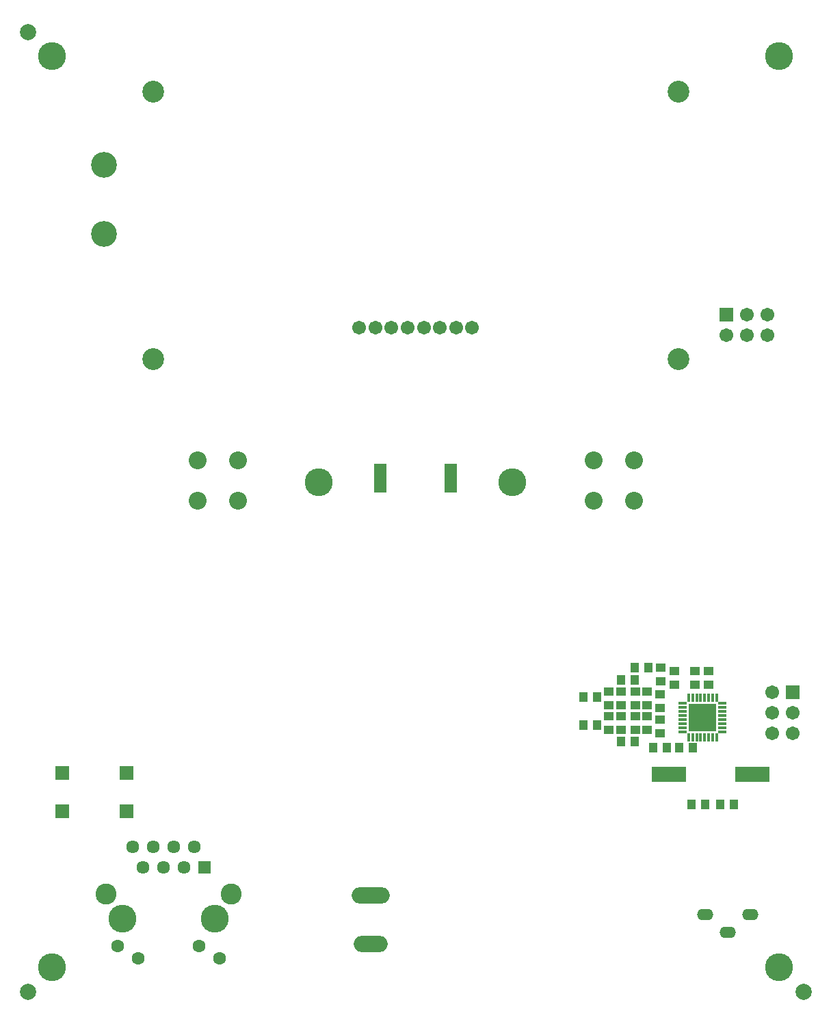
<source format=gts>
G04 Layer_Color=8388736*
%FSLAX24Y24*%
%MOIN*%
G70*
G01*
G75*
%ADD70R,0.0474X0.0395*%
%ADD71R,0.0395X0.0474*%
%ADD72C,0.0787*%
%ADD73R,0.0592X0.1419*%
%ADD74R,0.0690X0.0690*%
%ADD75R,0.1360X0.1360*%
%ADD76R,0.0411X0.0182*%
%ADD77R,0.0182X0.0411*%
%ADD78R,0.1655X0.0730*%
%ADD79C,0.1360*%
%ADD80C,0.0039*%
%ADD81O,0.1655X0.0789*%
%ADD82O,0.1852X0.0789*%
%ADD83C,0.1261*%
%ADD84C,0.0671*%
%ADD85C,0.1064*%
%ADD86C,0.0867*%
%ADD87R,0.0634X0.0634*%
%ADD88C,0.0634*%
%ADD89C,0.1025*%
%ADD90C,0.0630*%
%ADD91O,0.0789X0.0552*%
%ADD92R,0.0671X0.0671*%
%ADD93R,0.0671X0.0671*%
D70*
X-8991Y14747D02*
D03*
Y15417D02*
D03*
Y13527D02*
D03*
Y14197D02*
D03*
X-7080Y16416D02*
D03*
Y15747D02*
D03*
X-7740Y16586D02*
D03*
X-7740Y15917D02*
D03*
X-10276Y14193D02*
D03*
Y13524D02*
D03*
X-9661Y14197D02*
D03*
Y13527D02*
D03*
X-8400Y14196D02*
D03*
Y13527D02*
D03*
X-10276Y15413D02*
D03*
Y14744D02*
D03*
X-9661Y15417D02*
D03*
Y14747D02*
D03*
X-8400Y15416D02*
D03*
Y14747D02*
D03*
X-5400Y16416D02*
D03*
Y15747D02*
D03*
X-6060Y15742D02*
D03*
X-6060Y16411D02*
D03*
X-7760Y14602D02*
D03*
X-7760Y15271D02*
D03*
X-7770Y14051D02*
D03*
X-7770Y13382D02*
D03*
D71*
X-10846Y13760D02*
D03*
X-11516Y13760D02*
D03*
X-10846Y15138D02*
D03*
X-11516Y15138D02*
D03*
X-6175Y12682D02*
D03*
X-6845Y12682D02*
D03*
X-5565Y9902D02*
D03*
X-6235D02*
D03*
X-4855Y9892D02*
D03*
X-4185D02*
D03*
X-9661Y12967D02*
D03*
X-8992D02*
D03*
X-9666Y15982D02*
D03*
X-8997D02*
D03*
X-8995Y16582D02*
D03*
X-8325D02*
D03*
X-8105Y12682D02*
D03*
X-7435D02*
D03*
D72*
X-787Y787D02*
D03*
X-38583Y47539D02*
D03*
X-38583Y787D02*
D03*
D73*
X-21398Y25799D02*
D03*
X-17972D02*
D03*
D74*
X-36919Y9563D02*
D03*
Y11433D02*
D03*
X-33789D02*
D03*
Y9563D02*
D03*
D75*
X-5695Y14143D02*
D03*
D76*
X-4730Y14832D02*
D03*
Y14635D02*
D03*
Y14439D02*
D03*
Y14242D02*
D03*
Y14045D02*
D03*
Y13848D02*
D03*
Y13651D02*
D03*
Y13454D02*
D03*
X-6659D02*
D03*
Y13651D02*
D03*
Y13848D02*
D03*
Y14045D02*
D03*
Y14242D02*
D03*
Y14439D02*
D03*
Y14635D02*
D03*
Y14832D02*
D03*
D77*
X-5006Y13179D02*
D03*
X-5203D02*
D03*
X-5399D02*
D03*
X-5596D02*
D03*
X-5793D02*
D03*
X-5990D02*
D03*
X-6187D02*
D03*
X-6384D02*
D03*
Y15108D02*
D03*
X-6187D02*
D03*
X-5990D02*
D03*
X-5793D02*
D03*
X-5596D02*
D03*
X-5399D02*
D03*
X-5203D02*
D03*
X-5006D02*
D03*
D78*
X-3281Y11377D02*
D03*
X-7328D02*
D03*
D79*
X-14961Y25591D02*
D03*
X-24409D02*
D03*
X-1969Y46358D02*
D03*
X-37402D02*
D03*
Y1969D02*
D03*
X-1969D02*
D03*
X-29472Y4331D02*
D03*
X-33972D02*
D03*
D80*
X-22294Y3102D02*
D03*
X-22186D02*
D03*
X-22029D02*
D03*
X-21861D02*
D03*
X-21733D02*
D03*
X-21586D02*
D03*
X-21428D02*
D03*
X-22393Y5464D02*
D03*
X-22235D02*
D03*
X-22107D02*
D03*
X-21989D02*
D03*
X-21861Y5464D02*
D03*
X-21714Y5464D02*
D03*
X-21586D02*
D03*
X-21458D02*
D03*
X-21330D02*
D03*
X-3528Y4552D02*
D03*
X-5486D02*
D03*
X-5696D02*
D03*
X-5546D02*
D03*
X-5646D02*
D03*
X-5429D02*
D03*
X-5744D02*
D03*
X-4383Y3673D02*
D03*
X-4593D02*
D03*
X-4443D02*
D03*
X-4543D02*
D03*
X-4327D02*
D03*
X-4642D02*
D03*
X-3214Y4552D02*
D03*
X-3430D02*
D03*
X-3330D02*
D03*
X-3480D02*
D03*
X-3270D02*
D03*
D81*
X-21861Y3102D02*
D03*
D82*
Y5464D02*
D03*
D83*
X-34862Y37717D02*
D03*
Y41063D02*
D03*
D84*
X-16929Y33130D02*
D03*
X-17717D02*
D03*
X-18504D02*
D03*
X-19291D02*
D03*
X-20079D02*
D03*
X-20866D02*
D03*
X-21654D02*
D03*
X-22441D02*
D03*
X-4530Y32772D02*
D03*
X-3530Y33772D02*
D03*
Y32772D02*
D03*
X-2530Y33772D02*
D03*
Y32772D02*
D03*
X-2310Y15382D02*
D03*
X-1310Y14382D02*
D03*
X-2310D02*
D03*
X-1310Y13382D02*
D03*
X-2310D02*
D03*
D85*
X-32480Y44626D02*
D03*
X-6890D02*
D03*
Y31594D02*
D03*
X-32480D02*
D03*
D86*
X-28346Y26673D02*
D03*
Y24705D02*
D03*
X-30315D02*
D03*
Y26673D02*
D03*
X-9055D02*
D03*
Y24705D02*
D03*
X-11024D02*
D03*
Y26673D02*
D03*
D87*
X-29970Y6827D02*
D03*
D88*
X-30470Y7827D02*
D03*
X-30970Y6827D02*
D03*
X-31474Y7827D02*
D03*
X-31974Y6827D02*
D03*
X-32474Y7827D02*
D03*
X-32974Y6827D02*
D03*
X-33474Y7827D02*
D03*
D89*
X-28661Y5531D02*
D03*
X-34783D02*
D03*
D90*
X-30231Y3000D02*
D03*
X-29231Y2402D02*
D03*
X-34212Y3000D02*
D03*
X-33212Y2402D02*
D03*
D91*
X-5586Y4552D02*
D03*
X-4483Y3674D02*
D03*
X-3370Y4552D02*
D03*
D92*
X-4530Y33772D02*
D03*
D93*
X-1310Y15382D02*
D03*
M02*

</source>
